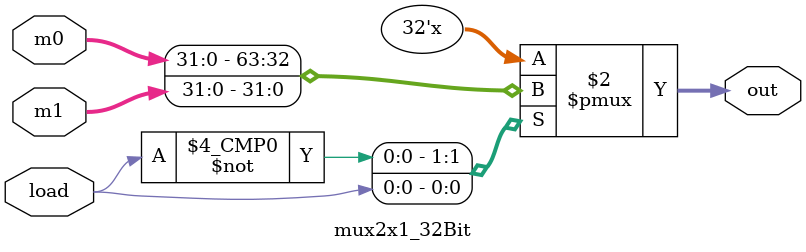
<source format=v>
`timescale 1ns / 1ps
module mux2x1 #(parameter N=1)(input load, input[N-1:0] m0, m1, output reg[N-1:0] out);
always @(*)
begin
case(load)
1'b0: out <= m0;
1'b1: out <= m1;
endcase 
end
endmodule

module mux2x1_32Bit (input load, input [31:0] m0, m1, output reg [31:0] out);
always @(*)
begin
case(load)
1'b0: out <= m0;
1'b1: out <= m1;
endcase 
end
endmodule
</source>
